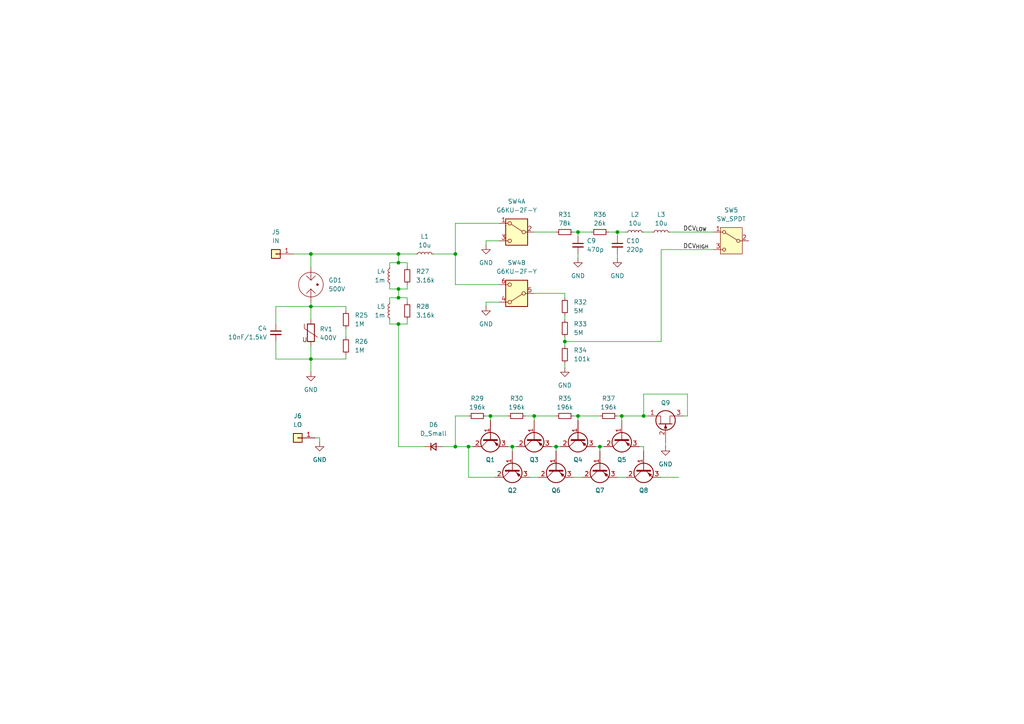
<source format=kicad_sch>
(kicad_sch (version 20250114) (generator "eeschema") (generator_version "9.0")
  (paper "A4")
  (lib_symbols
    (symbol "Connector_Generic:Conn_01x01" (pin_names (offset 1.016) (hide yes))
      (property "Reference" "J" (at 0 2.54 0))
      (property "Value" "Conn_01x01" (at 0 -2.54 0))
      (symbol "Conn_01x01_1_1"
        (rectangle (start -1.27 1.27) (end 1.27 -1.27) (stroke (width 0.254)) (fill (type background)))
        (rectangle (start -1.27 0.127) (end 0 -0.127) (stroke (width 0.1524)))
        (pin passive line (at -5.08 0 0) (length 3.81) (name "Pin_1") (number "1"))
      )
    )
    (symbol "Device:C_Small" (pin_numbers (hide yes)) (pin_names (offset 0.254) (hide yes))
      (property "Reference" "C" (at 0.254 1.778 0))
      (property "Value" "C_Small" (at 0.254 -2.032 0))
      (symbol "C_Small_0_1"
        (polyline (pts (xy -1.524 0.508) (xy 1.524 0.508)) (stroke (width 0.3048)))
        (polyline (pts (xy -1.524 -0.508) (xy 1.524 -0.508)) (stroke (width 0.3302)))
      )
      (symbol "C_Small_1_1"
        (pin passive line (at 0 2.54 270) (length 2.032) (name "~") (number "1"))
        (pin passive line (at 0 -2.54 90) (length 2.032) (name "~") (number "2"))
      )
    )
    (symbol "Device:D_Small" (pin_numbers (hide yes)) (pin_names (offset 0.254) (hide yes))
      (property "Reference" "D" (at -1.27 2.032 0))
      (property "Value" "D_Small" (at -3.81 -2.032 0))
      (symbol "D_Small_0_1"
        (polyline (pts (xy -0.762 0) (xy 0.762 0)))
        (polyline (pts (xy -0.762 -1.016) (xy -0.762 1.016)) (stroke (width 0.254)))
        (polyline (pts (xy 0.762 -1.016) (xy -0.762 0) (xy 0.762 1.016) (xy 0.762 -1.016)) (stroke (width 0.254)))
      )
      (symbol "D_Small_1_1"
        (pin passive line (at -2.54 0 0) (length 1.778) (name "K") (number "1"))
        (pin passive line (at 2.54 0 180) (length 1.778) (name "A") (number "2"))
      )
    )
    (symbol "Device:GDT_2Pin" (pin_numbers (hide yes))
      (property "Reference" "GD" (at 5.08 0 90))
      (property "Value" "GDT_2Pin" (at 7.62 0 90))
      (symbol "GDT_2Pin_0_1"
        (polyline (pts (xy 0 2.54) (xy 0 1.27)))
        (polyline (pts (xy 0 1.27) (xy 1.27 2.54)))
        (polyline (pts (xy 0 1.27) (xy -1.27 2.54)))
        (circle (center 0 0) (radius 3.5814))
        (polyline (pts (xy 0 -1.27) (xy 1.27 -2.54)))
        (polyline (pts (xy 0 -1.27) (xy -1.27 -2.54)))
        (polyline (pts (xy 0 -2.54) (xy 0 -1.27)))
        (circle (center 1.905 0) (radius 0.127))
        (circle (center 1.905 0) (radius 0.2794))
        (circle (center 1.905 0) (radius 0.127))
        (circle (center 2.032 0) (radius 0.127))
      )
      (symbol "GDT_2Pin_1_1"
        (pin passive line (at 0 5.08 270) (length 2.54) (name "~") (number "3"))
        (pin passive line (at 0 -5.08 90) (length 2.54) (name "~") (number "1"))
      )
    )
    (symbol "Device:L_Small" (pin_numbers (hide yes)) (pin_names (offset 0.254) (hide yes))
      (property "Reference" "L" (at 0.762 1.016 0))
      (property "Value" "L_Small" (at 0.762 -1.016 0))
      (symbol "L_Small_0_1"
        (arc (start 0 2.032) (mid 0.5058 1.524) (end 0 1.016))
        (arc (start 0 1.016) (mid 0.5058 0.508) (end 0 0))
        (arc (start 0 0) (mid 0.5058 -0.508) (end 0 -1.016))
        (arc (start 0 -1.016) (mid 0.5058 -1.524) (end 0 -2.032))
      )
      (symbol "L_Small_1_1"
        (pin passive line (at 0 2.54 270) (length 0.508) (name "~") (number "1"))
        (pin passive line (at 0 -2.54 90) (length 0.508) (name "~") (number "2"))
      )
    )
    (symbol "Device:Q_NJFET_DGS" (pin_names (offset 0) (hide yes))
      (property "Reference" "Q" (at 5.08 1.27 0))
      (property "Value" "Q_NJFET_DGS" (at 5.08 -1.27 0))
      (symbol "Q_NJFET_DGS_0_1"
        (polyline (pts (xy 0 0) (xy -1.016 0.381) (xy -1.016 -0.381) (xy 0 0)) (fill (type outline)))
        (polyline (pts (xy 0.254 1.905) (xy 0.254 -1.905) (xy 0.254 -1.905)) (stroke (width 0.254)))
        (circle (center 1.27 0) (radius 2.8194) (stroke (width 0.254)))
        (polyline (pts (xy 2.54 2.54) (xy 2.54 1.397) (xy 0.254 1.397)))
        (polyline (pts (xy 2.54 -2.54) (xy 2.54 -1.27) (xy 0.254 -1.27)))
      )
      (symbol "Q_NJFET_DGS_1_1"
        (pin input line (at -5.08 0 0) (length 5.334) (name "G") (number "2"))
        (pin passive line (at 2.54 5.08 270) (length 2.54) (name "D") (number "1"))
        (pin passive line (at 2.54 -5.08 90) (length 2.54) (name "S") (number "3"))
      )
    )
    (symbol "Device:Q_PNP_BCE" (pin_names (offset 0) (hide yes))
      (property "Reference" "Q" (at 5.08 1.27 0))
      (property "Value" "Q_PNP_BCE" (at 5.08 -1.27 0))
      (symbol "Q_PNP_BCE_0_1"
        (polyline (pts (xy 0.635 1.905) (xy 0.635 -1.905) (xy 0.635 -1.905)) (stroke (width 0.508)))
        (polyline (pts (xy 0.635 0.635) (xy 2.54 2.54)))
        (polyline (pts (xy 0.635 -0.635) (xy 2.54 -2.54) (xy 2.54 -2.54)))
        (circle (center 1.27 0) (radius 2.8194) (stroke (width 0.254)))
        (polyline (pts (xy 2.286 -1.778) (xy 1.778 -2.286) (xy 1.27 -1.27) (xy 2.286 -1.778) (xy 2.286 -1.778)) (fill (type outline)))
      )
      (symbol "Q_PNP_BCE_1_1"
        (pin input line (at -5.08 0 0) (length 5.715) (name "B") (number "1"))
        (pin passive line (at 2.54 5.08 270) (length 2.54) (name "C") (number "2"))
        (pin passive line (at 2.54 -5.08 90) (length 2.54) (name "E") (number "3"))
      )
    )
    (symbol "Device:R_Small" (pin_numbers (hide yes)) (pin_names (offset 0.254) (hide yes))
      (property "Reference" "R" (at 0.762 0.508 0))
      (property "Value" "R_Small" (at 0.762 -1.016 0))
      (symbol "R_Small_0_1"
        (rectangle (start -0.762 1.778) (end 0.762 -1.778) (stroke (width 0.2032)))
      )
      (symbol "R_Small_1_1"
        (pin passive line (at 0 2.54 270) (length 0.762) (name "~") (number "1"))
        (pin passive line (at 0 -2.54 90) (length 0.762) (name "~") (number "2"))
      )
    )
    (symbol "Device:Varistor" (pin_numbers (hide yes)) (pin_names (offset 0))
      (property "Reference" "RV" (at 3.175 0 90))
      (property "Value" "Varistor" (at -3.175 0 90))
      (symbol "Varistor_0_0"
        (text "U" (at -1.778 -2.032 0) (effects (font (size 1.27 1.27))))
      )
      (symbol "Varistor_0_1"
        (polyline (pts (xy -1.905 2.54) (xy -1.905 1.27) (xy 1.905 -1.27)))
        (rectangle (start -1.016 -2.54) (end 1.016 2.54) (stroke (width 0.254)))
      )
      (symbol "Varistor_1_1"
        (pin passive line (at 0 3.81 270) (length 1.27) (name "~") (number "1"))
        (pin passive line (at 0 -3.81 90) (length 1.27) (name "~") (number "2"))
      )
    )
    (symbol "Switch:SW_DPDT_x2" (pin_names (offset 0) (hide yes))
      (property "Reference" "SW" (at 0 5.08 0))
      (property "Value" "SW_DPDT_x2" (at 0 -5.08 0))
      (symbol "SW_DPDT_x2_0_0"
        (circle (center -2.032 0) (radius 0.508))
        (circle (center 2.032 -2.54) (radius 0.508))
      )
      (symbol "SW_DPDT_x2_0_1"
        (rectangle (start -3.175 3.81) (end 3.175 -3.81) (stroke (width 0.254)) (fill (type background)))
        (polyline (pts (xy -1.524 0.254) (xy 1.5748 2.286)))
        (circle (center 2.032 2.54) (radius 0.508))
      )
      (symbol "SW_DPDT_x2_1_1"
        (pin passive line (at -5.08 0 0) (length 2.54) (name "B") (number "2"))
        (pin passive line (at 5.08 2.54 180) (length 2.54) (name "A") (number "1"))
        (pin passive line (at 5.08 -2.54 180) (length 2.54) (name "C") (number "3"))
      )
      (symbol "SW_DPDT_x2_2_1"
        (pin passive line (at -5.08 0 0) (length 2.54) (name "B") (number "5"))
        (pin passive line (at 5.08 2.54 180) (length 2.54) (name "A") (number "4"))
        (pin passive line (at 5.08 -2.54 180) (length 2.54) (name "C") (number "6"))
      )
    )
    (symbol "Switch:SW_SPDT" (pin_names (offset 0) (hide yes))
      (property "Reference" "SW" (at 0 5.08 0))
      (property "Value" "SW_SPDT" (at 0 -5.08 0))
      (symbol "SW_SPDT_0_1"
        (circle (center -2.032 0) (radius 0.4572))
        (polyline (pts (xy -1.651 0.254) (xy 1.651 2.286)))
        (circle (center 2.032 2.54) (radius 0.4572))
        (circle (center 2.032 -2.54) (radius 0.4572))
      )
      (symbol "SW_SPDT_1_1"
        (rectangle (start -3.175 3.81) (end 3.175 -3.81) (fill (type background)))
        (pin passive line (at -5.08 0 0) (length 2.54) (name "B") (number "2"))
        (pin passive line (at 5.08 2.54 180) (length 2.54) (name "A") (number "1"))
        (pin passive line (at 5.08 -2.54 180) (length 2.54) (name "C") (number "3"))
      )
    )
    (symbol "power:GND" (power) (pin_numbers (hide yes)) (pin_names (offset 0) (hide yes))
      (property "Value" "GND" (at 0 -3.81 0))
      (symbol "GND_0_1"
        (polyline (pts (xy 0 0) (xy 0 -1.27) (xy 1.27 -1.27) (xy 0 -2.54) (xy -1.27 -1.27) (xy 0 -1.27)))
      )
      (symbol "GND_1_1"
        (pin power_in line (at 0 0 270) (length 0) (name "~") (number "1"))
      )
    )
  )
  (junction (at 115.57 86.36))
  (junction (at 135.89 129.54))
  (junction (at 167.64 67.31))
  (junction (at 161.29 129.54))
  (junction (at 90.17 104.14))
  (junction (at 132.08 129.54))
  (junction (at 173.99 129.54))
  (junction (at 163.83 99.06))
  (junction (at 115.57 73.66))
  (junction (at 115.57 93.98))
  (junction (at 148.59 129.54))
  (junction (at 142.24 120.65))
  (junction (at 90.17 88.9))
  (junction (at 115.57 83.82))
  (junction (at 115.57 76.2))
  (junction (at 179.07 67.31))
  (junction (at 132.08 73.66))
  (junction (at 154.94 120.65))
  (junction (at 186.69 120.65))
  (junction (at 167.64 120.65))
  (junction (at 180.34 120.65))
  (junction (at 90.17 73.66))
  (wire (pts (xy 118.11 76.2) (xy 115.57 76.2)))
  (wire (pts (xy 167.64 73.66) (xy 167.64 74.93)))
  (wire (pts (xy 135.89 129.54) (xy 132.08 129.54)))
  (wire (pts (xy 180.34 120.65) (xy 179.07 120.65)))
  (wire (pts (xy 163.83 86.36) (xy 163.83 85.09)))
  (wire (pts (xy 90.17 73.66) (xy 90.17 77.47)))
  (wire (pts (xy 149.86 129.54) (xy 148.59 129.54)))
  (wire (pts (xy 118.11 92.71) (xy 118.11 93.98)))
  (wire (pts (xy 153.67 138.43) (xy 156.21 138.43)))
  (wire (pts (xy 135.89 129.54) (xy 135.89 138.43)))
  (wire (pts (xy 181.61 67.31) (xy 179.07 67.31)))
  (wire (pts (xy 172.72 129.54) (xy 173.99 129.54)))
  (wire (pts (xy 191.77 72.39) (xy 191.77 99.06)))
  (wire (pts (xy 115.57 93.98) (xy 118.11 93.98)))
  (wire (pts (xy 180.34 121.92) (xy 180.34 120.65)))
  (wire (pts (xy 167.64 120.65) (xy 173.99 120.65)))
  (wire (pts (xy 179.07 67.31) (xy 179.07 68.58)))
  (wire (pts (xy 163.83 99.06) (xy 191.77 99.06)))
  (wire (pts (xy 142.24 120.65) (xy 140.97 120.65)))
  (wire (pts (xy 132.08 120.65) (xy 135.89 120.65)))
  (wire (pts (xy 118.11 87.63) (xy 118.11 86.36)))
  (wire (pts (xy 113.03 76.2) (xy 113.03 77.47)))
  (wire (pts (xy 140.97 69.85) (xy 140.97 71.12)))
  (wire (pts (xy 115.57 86.36) (xy 118.11 86.36)))
  (wire (pts (xy 144.78 87.63) (xy 140.97 87.63)))
  (wire (pts (xy 113.03 86.36) (xy 115.57 86.36)))
  (wire (pts (xy 113.03 83.82) (xy 115.57 83.82)))
  (wire (pts (xy 80.01 88.9) (xy 80.01 93.98)))
  (wire (pts (xy 118.11 77.47) (xy 118.11 76.2)))
  (wire (pts (xy 199.39 120.65) (xy 199.39 114.3)))
  (wire (pts (xy 144.78 82.55) (xy 132.08 82.55)))
  (wire (pts (xy 185.42 129.54) (xy 186.69 129.54)))
  (wire (pts (xy 128.27 129.54) (xy 132.08 129.54)))
  (wire (pts (xy 191.77 138.43) (xy 196.85 138.43)))
  (wire (pts (xy 186.69 129.54) (xy 186.69 130.81)))
  (wire (pts (xy 152.4 120.65) (xy 154.94 120.65)))
  (wire (pts (xy 113.03 82.55) (xy 113.03 83.82)))
  (wire (pts (xy 160.02 129.54) (xy 161.29 129.54)))
  (wire (pts (xy 167.64 67.31) (xy 171.45 67.31)))
  (wire (pts (xy 115.57 73.66) (xy 120.65 73.66)))
  (wire (pts (xy 132.08 120.65) (xy 132.08 129.54)))
  (wire (pts (xy 161.29 129.54) (xy 162.56 129.54)))
  (wire (pts (xy 90.17 88.9) (xy 90.17 87.63)))
  (wire (pts (xy 115.57 76.2) (xy 113.03 76.2)))
  (wire (pts (xy 163.83 91.44) (xy 163.83 92.71)))
  (wire (pts (xy 154.94 120.65) (xy 161.29 120.65)))
  (wire (pts (xy 140.97 87.63) (xy 140.97 88.9)))
  (wire (pts (xy 154.94 67.31) (xy 161.29 67.31)))
  (wire (pts (xy 154.94 121.92) (xy 154.94 120.65)))
  (wire (pts (xy 115.57 129.54) (xy 123.19 129.54)))
  (wire (pts (xy 167.64 67.31) (xy 167.64 68.58)))
  (wire (pts (xy 142.24 121.92) (xy 142.24 120.65)))
  (wire (pts (xy 144.78 69.85) (xy 140.97 69.85)))
  (wire (pts (xy 198.12 120.65) (xy 199.39 120.65)))
  (wire (pts (xy 137.16 129.54) (xy 135.89 129.54)))
  (wire (pts (xy 90.17 104.14) (xy 100.33 104.14)))
  (wire (pts (xy 115.57 83.82) (xy 115.57 86.36)))
  (wire (pts (xy 193.04 128.27) (xy 193.04 129.54)))
  (wire (pts (xy 166.37 138.43) (xy 168.91 138.43)))
  (wire (pts (xy 199.39 114.3) (xy 186.69 114.3)))
  (wire (pts (xy 167.64 120.65) (xy 166.37 120.65)))
  (wire (pts (xy 186.69 114.3) (xy 186.69 120.65)))
  (wire (pts (xy 90.17 100.33) (xy 90.17 104.14)))
  (wire (pts (xy 80.01 99.06) (xy 80.01 104.14)))
  (wire (pts (xy 90.17 88.9) (xy 90.17 92.71)))
  (wire (pts (xy 90.17 88.9) (xy 80.01 88.9)))
  (wire (pts (xy 163.83 105.41) (xy 163.83 106.68)))
  (wire (pts (xy 113.03 92.71) (xy 113.03 93.98)))
  (wire (pts (xy 115.57 93.98) (xy 115.57 129.54)))
  (wire (pts (xy 100.33 102.87) (xy 100.33 104.14)))
  (wire (pts (xy 90.17 73.66) (xy 115.57 73.66)))
  (wire (pts (xy 118.11 82.55) (xy 118.11 83.82)))
  (wire (pts (xy 179.07 73.66) (xy 179.07 74.93)))
  (wire (pts (xy 115.57 73.66) (xy 115.57 76.2)))
  (wire (pts (xy 179.07 138.43) (xy 181.61 138.43)))
  (wire (pts (xy 163.83 99.06) (xy 163.83 100.33)))
  (wire (pts (xy 100.33 95.25) (xy 100.33 97.79)))
  (wire (pts (xy 132.08 64.77) (xy 144.78 64.77)))
  (wire (pts (xy 167.64 121.92) (xy 167.64 120.65)))
  (wire (pts (xy 115.57 83.82) (xy 118.11 83.82)))
  (wire (pts (xy 113.03 93.98) (xy 115.57 93.98)))
  (wire (pts (xy 173.99 129.54) (xy 175.26 129.54)))
  (wire (pts (xy 154.94 85.09) (xy 163.83 85.09)))
  (wire (pts (xy 163.83 97.79) (xy 163.83 99.06)))
  (wire (pts (xy 90.17 88.9) (xy 100.33 88.9)))
  (wire (pts (xy 148.59 129.54) (xy 147.32 129.54)))
  (wire (pts (xy 142.24 120.65) (xy 147.32 120.65)))
  (wire (pts (xy 80.01 104.14) (xy 90.17 104.14)))
  (wire (pts (xy 186.69 67.31) (xy 189.23 67.31)))
  (wire (pts (xy 132.08 73.66) (xy 125.73 73.66)))
  (wire (pts (xy 166.37 67.31) (xy 167.64 67.31)))
  (wire (pts (xy 85.09 73.66) (xy 90.17 73.66)))
  (wire (pts (xy 186.69 120.65) (xy 187.96 120.65)))
  (wire (pts (xy 92.71 127) (xy 91.44 127)))
  (wire (pts (xy 90.17 104.14) (xy 90.17 107.95)))
  (wire (pts (xy 132.08 73.66) (xy 132.08 64.77)))
  (wire (pts (xy 161.29 129.54) (xy 161.29 130.81)))
  (wire (pts (xy 135.89 138.43) (xy 143.51 138.43)))
  (wire (pts (xy 100.33 90.17) (xy 100.33 88.9)))
  (wire (pts (xy 194.31 67.31) (xy 207.01 67.31)))
  (wire (pts (xy 176.53 67.31) (xy 179.07 67.31)))
  (wire (pts (xy 180.34 120.65) (xy 186.69 120.65)))
  (wire (pts (xy 132.08 82.55) (xy 132.08 73.66)))
  (wire (pts (xy 92.71 128.27) (xy 92.71 127)))
  (wire (pts (xy 113.03 86.36) (xy 113.03 87.63)))
  (wire (pts (xy 173.99 129.54) (xy 173.99 130.81)))
  (wire (pts (xy 207.01 72.39) (xy 191.77 72.39)))
  (wire (pts (xy 148.59 130.81) (xy 148.59 129.54)))
  (label "DCV_{LOW}" (at 198.12 67.31 0))
  (label "DCV_{HIGH}" (at 198.12 72.39 0))
  (symbol (lib_id "Device:R_Small") (at 163.83 102.87 0) (unit 1)
    (property "Reference" "R34" (at 166.37 101.5999 0) (effects (justify left)))
    (property "Value" "101k" (at 166.37 104.1399 0) (effects (justify left)))
    (property "Footprint" "Resistor_SMD:R_1206_3216Metric" (effects (hide yes)))
    (property "Description" "Resistor, small symbol" (effects (hide yes)))
  )
  (symbol (lib_id "Device:L_Small") (at 184.15 67.31 90) (unit 1)
    (property "Reference" "L2" (at 184.15 62.23 90))
    (property "Value" "10u" (at 184.15 64.77 90))
    (property "Description" "Inductor, small symbol" (effects (hide yes)))
  )
  (symbol (lib_id "Device:Q_PNP_BCE") (at 173.99 135.89 90) (mirror x) (unit 1)
    (property "Reference" "Q7" (at 173.99 142.24 90))
    (property "Value" "MMBT6520L" (effects (hide yes)))
    (property "Description" "PNP transistor, base/collector/emitter" (effects (hide yes)))
  )
  (symbol (lib_id "Device:L_Small") (at 113.03 80.01 180) (unit 1)
    (property "Reference" "L4" (at 111.76 78.7399 0) (effects (justify left)))
    (property "Value" "1m" (at 111.76 81.2799 0) (effects (justify left)))
    (property "Description" "Inductor, small symbol" (effects (hide yes)))
  )
  (symbol (lib_id "Device:L_Small") (at 191.77 67.31 90) (unit 1)
    (property "Reference" "L3" (at 191.77 62.23 90))
    (property "Value" "10u" (at 191.77 64.77 90))
    (property "Description" "Inductor, small symbol" (effects (hide yes)))
  )
  (symbol (lib_id "Device:Q_PNP_BCE") (at 142.24 127 90) (mirror x) (unit 1)
    (property "Reference" "Q1" (at 142.24 133.35 90))
    (property "Value" "MMBT6520L" (effects (hide yes)))
    (property "Description" "PNP transistor, base/collector/emitter" (effects (hide yes)))
  )
  (symbol (lib_id "Device:Q_NJFET_DGS") (at 193.04 123.19 90) (unit 1)
    (property "Reference" "Q9" (at 193.04 116.84 90))
    (property "Value" "Q_NJFET_DGS" (effects (hide yes)))
    (property "Description" "N-JFET transistor, drain/gate/source" (effects (hide yes)))
  )
  (symbol (lib_id "power:GND") (at 167.64 74.93 0) (unit 1)
    (property "Reference" "#PWR046" (effects (hide yes)))
    (property "Value" "GND" (at 167.64 80.01 0))
    (property "Description" "Power symbol creates a global label with name \"GND\" , ground" (effects (hide yes)))
  )
  (symbol (lib_id "Device:R_Small") (at 149.86 120.65 90) (unit 1)
    (property "Reference" "R30" (at 149.86 115.57 90))
    (property "Value" "196k" (at 149.86 118.11 90))
    (property "Footprint" "Resistor_SMD:R_1206_3216Metric" (effects (hide yes)))
    (property "Description" "Resistor, small symbol" (effects (hide yes)))
  )
  (symbol (lib_id "Device:R_Small") (at 163.83 120.65 90) (unit 1)
    (property "Reference" "R35" (at 163.83 115.57 90))
    (property "Value" "196k" (at 163.83 118.11 90))
    (property "Footprint" "Resistor_SMD:R_1206_3216Metric" (effects (hide yes)))
    (property "Description" "Resistor, small symbol" (effects (hide yes)))
  )
  (symbol (lib_id "power:GND") (at 179.07 74.93 0) (unit 1)
    (property "Reference" "#PWR048" (effects (hide yes)))
    (property "Value" "GND" (at 179.07 80.01 0))
    (property "Description" "Power symbol creates a global label with name \"GND\" , ground" (effects (hide yes)))
  )
  (symbol (lib_id "Device:Q_PNP_BCE") (at 180.34 127 90) (mirror x) (unit 1)
    (property "Reference" "Q5" (at 180.34 133.35 90))
    (property "Value" "MMBT6520L" (effects (hide yes)))
    (property "Description" "PNP transistor, base/collector/emitter" (effects (hide yes)))
  )
  (symbol (lib_id "Device:C_Small") (at 167.64 71.12 0) (unit 1)
    (property "Reference" "C9" (at 170.18 69.8562 0) (effects (justify left)))
    (property "Value" "470p" (at 170.18 72.3962 0) (effects (justify left)))
    (property "Description" "Unpolarized capacitor, small symbol" (effects (hide yes)))
  )
  (symbol (lib_id "Device:R_Small") (at 173.99 67.31 90) (unit 1)
    (property "Reference" "R36" (at 173.99 62.23 90))
    (property "Value" "26k" (at 173.99 64.77 90))
    (property "Footprint" "Resistor_SMD:R_1206_3216Metric" (effects (hide yes)))
    (property "Description" "Resistor, small symbol" (effects (hide yes)))
  )
  (symbol (lib_id "power:GND") (at 193.04 129.54 0) (unit 1)
    (property "Reference" "#PWR054" (effects (hide yes)))
    (property "Value" "GND" (at 193.04 134.62 0))
    (property "Description" "Power symbol creates a global label with name \"GND\" , ground" (effects (hide yes)))
  )
  (symbol (lib_id "Device:R_Small") (at 100.33 100.33 0) (unit 1)
    (property "Reference" "R26" (at 102.87 99.0599 0) (effects (justify left)))
    (property "Value" "1M" (at 102.87 101.5999 0) (effects (justify left)))
    (property "Footprint" "Resistor_SMD:R_1206_3216Metric" (effects (hide yes)))
    (property "Description" "Resistor, small symbol" (effects (hide yes)))
  )
  (symbol (lib_id "Device:R_Small") (at 163.83 67.31 90) (unit 1)
    (property "Reference" "R31" (at 163.83 62.23 90))
    (property "Value" "78k" (at 163.83 64.77 90))
    (property "Footprint" "Resistor_SMD:R_1206_3216Metric" (effects (hide yes)))
    (property "Description" "Resistor, small symbol" (effects (hide yes)))
  )
  (symbol (lib_id "Device:R_Small") (at 138.43 120.65 90) (unit 1)
    (property "Reference" "R29" (at 138.43 115.57 90))
    (property "Value" "196k" (at 138.43 118.11 90))
    (property "Footprint" "Resistor_SMD:R_1206_3216Metric" (effects (hide yes)))
    (property "Description" "Resistor, small symbol" (effects (hide yes)))
  )
  (symbol (lib_id "Device:C_Small") (at 80.01 96.52 0) (unit 1)
    (property "Reference" "C4" (at 77.47 95.2562 0) (effects (justify right)))
    (property "Value" "10nF/1.5kV" (at 77.47 97.7962 0) (effects (justify right)))
    (property "Footprint" "Capacitor_SMD:C_1206_3216Metric" (effects (hide yes)))
    (property "Description" "Unpolarized capacitor, small symbol" (effects (hide yes)))
  )
  (symbol (lib_id "Device:R_Small") (at 100.33 92.71 0) (unit 1)
    (property "Reference" "R25" (at 102.87 91.4399 0) (effects (justify left)))
    (property "Value" "1M" (at 102.87 93.9799 0) (effects (justify left)))
    (property "Footprint" "Resistor_SMD:R_1206_3216Metric" (effects (hide yes)))
    (property "Description" "Resistor, small symbol" (effects (hide yes)))
  )
  (symbol (lib_id "Device:GDT_2Pin") (at 90.17 82.55 0) (unit 1)
    (property "Reference" "GD1" (at 95.25 81.2799 0) (effects (justify left)))
    (property "Value" "500V" (at 95.25 83.8199 0) (effects (justify left)))
    (property "Footprint" "Resistor_SMD:R_1812_4532Metric" (effects (hide yes)))
    (property "Description" "Gas Discharge Tube with 2 Pins" (effects (hide yes)))
  )
  (symbol (lib_id "Device:Varistor") (at 90.17 96.52 0) (unit 1)
    (property "Reference" "RV1" (at 92.71 95.4432 0) (effects (justify left)))
    (property "Value" "400V" (at 92.71 97.9832 0) (effects (justify left)))
    (property "Description" "Voltage dependent resistor" (effects (hide yes)))
    (property "Sim.Name" "kicad_builtin_varistor" (effects (hide yes)))
    (property "Sim.Device" "SUBCKT" (effects (hide yes)))
    (property "Sim.Pins" "1=A 2=B" (effects (hide yes)))
    (property "Sim.Params" "threshold=1k" (effects (hide yes)))
    (property "Sim.Library" "${KICAD7_SYMBOL_DIR}/Simulation_SPICE.sp" (effects (hide yes)))
  )
  (symbol (lib_id "Device:Q_PNP_BCE") (at 161.29 135.89 90) (mirror x) (unit 1)
    (property "Reference" "Q6" (at 161.29 142.24 90))
    (property "Value" "MMBT6520L" (effects (hide yes)))
    (property "Description" "PNP transistor, base/collector/emitter" (effects (hide yes)))
  )
  (symbol (lib_id "Connector_Generic:Conn_01x01") (at 80.01 73.66 0) (mirror y) (unit 1)
    (property "Reference" "J5" (at 80.01 67.31 0))
    (property "Value" "IN" (at 80.01 69.85 0))
    (property "Description" "Generic connector, single row, 01x01, script generated (kicad-library-utils/schlib/autogen/connector/)" (effects (hide yes)))
  )
  (symbol (lib_id "Switch:SW_DPDT_x2") (at 149.86 85.09 180) (unit 2)
    (property "Reference" "SW4" (at 149.86 76.2 0))
    (property "Value" "G6KU-2F-Y" (at 149.86 78.74 0))
    (property "Footprint" "Relay_SMD:Relay_DPDT_Omron_G6K-2F-Y" (effects (hide yes)))
    (property "Datasheet" "https://omronfs.omron.com/en_US/ecb/products/pdf/en-g6k.pdf" (effects (hide yes)))
    (property "Description" "Switch, dual pole double throw, separate symbols" (effects (hide yes)))
  )
  (symbol (lib_id "Switch:SW_DPDT_x2") (at 149.86 67.31 0) (mirror y) (unit 1)
    (property "Reference" "SW4" (at 149.86 58.42 0))
    (property "Value" "G6KU-2F-Y" (at 149.86 60.96 0))
    (property "Footprint" "Relay_SMD:Relay_DPDT_Omron_G6K-2F-Y" (effects (hide yes)))
    (property "Datasheet" "https://omronfs.omron.com/en_US/ecb/products/pdf/en-g6k.pdf" (effects (hide yes)))
    (property "Description" "Switch, dual pole double throw, separate symbols" (effects (hide yes)))
  )
  (symbol (lib_id "Device:Q_PNP_BCE") (at 148.59 135.89 90) (mirror x) (unit 1)
    (property "Reference" "Q2" (at 148.59 142.24 90))
    (property "Value" "MMBT6520L" (effects (hide yes)))
    (property "Description" "PNP transistor, base/collector/emitter" (effects (hide yes)))
  )
  (symbol (lib_id "power:GND") (at 90.17 107.95 0) (unit 1)
    (property "Reference" "#PWR024" (effects (hide yes)))
    (property "Value" "GND" (at 90.17 113.03 0))
    (property "Description" "Power symbol creates a global label with name \"GND\" , ground" (effects (hide yes)))
  )
  (symbol (lib_id "Device:R_Small") (at 176.53 120.65 90) (unit 1)
    (property "Reference" "R37" (at 176.53 115.57 90))
    (property "Value" "196k" (at 176.53 118.11 90))
    (property "Footprint" "Resistor_SMD:R_1206_3216Metric" (effects (hide yes)))
    (property "Description" "Resistor, small symbol" (effects (hide yes)))
  )
  (symbol (lib_id "Connector_Generic:Conn_01x01") (at 86.36 127 0) (mirror y) (unit 1)
    (property "Reference" "J6" (at 86.36 120.65 0))
    (property "Value" "LO" (at 86.36 123.19 0))
    (property "Description" "Generic connector, single row, 01x01, script generated (kicad-library-utils/schlib/autogen/connector/)" (effects (hide yes)))
  )
  (symbol (lib_id "Device:Q_PNP_BCE") (at 154.94 127 90) (mirror x) (unit 1)
    (property "Reference" "Q3" (at 154.94 133.35 90))
    (property "Value" "MMBT6520L" (effects (hide yes)))
    (property "Description" "PNP transistor, base/collector/emitter" (effects (hide yes)))
  )
  (symbol (lib_id "Device:D_Small") (at 125.73 129.54 0) (unit 1)
    (property "Reference" "D6" (at 125.73 123.19 0))
    (property "Value" "D_Small" (at 125.73 125.73 0))
    (property "Description" "Diode, small symbol" (effects (hide yes)))
    (property "Sim.Device" "D" (effects (hide yes)))
    (property "Sim.Pins" "1=K 2=A" (effects (hide yes)))
  )
  (symbol (lib_id "Device:R_Small") (at 163.83 88.9 0) (unit 1)
    (property "Reference" "R32" (at 166.37 87.6299 0) (effects (justify left)))
    (property "Value" "5M" (at 166.37 90.1699 0) (effects (justify left)))
    (property "Footprint" "Resistor_SMD:R_1206_3216Metric" (effects (hide yes)))
    (property "Description" "Resistor, small symbol" (effects (hide yes)))
  )
  (symbol (lib_id "Switch:SW_SPDT") (at 212.09 69.85 0) (mirror y) (unit 1)
    (property "Reference" "SW5" (at 212.09 60.96 0))
    (property "Value" "SW_SPDT" (at 212.09 63.5 0))
    (property "Description" "Switch, single pole double throw" (effects (hide yes)))
  )
  (symbol (lib_id "power:GND") (at 140.97 88.9 0) (unit 1)
    (property "Reference" "#PWR043" (effects (hide yes)))
    (property "Value" "GND" (at 140.97 93.98 0))
    (property "Description" "Power symbol creates a global label with name \"GND\" , ground" (effects (hide yes)))
  )
  (symbol (lib_id "Device:Q_PNP_BCE") (at 186.69 135.89 90) (mirror x) (unit 1)
    (property "Reference" "Q8" (at 186.69 142.24 90))
    (property "Value" "MMBT6520L" (effects (hide yes)))
    (property "Description" "PNP transistor, base/collector/emitter" (effects (hide yes)))
  )
  (symbol (lib_id "power:GND") (at 92.71 128.27 0) (unit 1)
    (property "Reference" "#PWR038" (effects (hide yes)))
    (property "Value" "GND" (at 92.71 133.35 0))
    (property "Description" "Power symbol creates a global label with name \"GND\" , ground" (effects (hide yes)))
  )
  (symbol (lib_id "Device:C_Small") (at 179.07 71.12 0) (unit 1)
    (property "Reference" "C10" (at 181.61 69.8562 0) (effects (justify left)))
    (property "Value" "220p" (at 181.61 72.3962 0) (effects (justify left)))
    (property "Description" "Unpolarized capacitor, small symbol" (effects (hide yes)))
  )
  (symbol (lib_id "Device:L_Small") (at 123.19 73.66 90) (unit 1)
    (property "Reference" "L1" (at 123.19 68.58 90))
    (property "Value" "10u" (at 123.19 71.12 90))
    (property "Description" "Inductor, small symbol" (effects (hide yes)))
  )
  (symbol (lib_id "Device:Q_PNP_BCE") (at 167.64 127 90) (mirror x) (unit 1)
    (property "Reference" "Q4" (at 167.64 133.35 90))
    (property "Value" "MMBT6520L" (effects (hide yes)))
    (property "Description" "PNP transistor, base/collector/emitter" (effects (hide yes)))
  )
  (symbol (lib_id "Device:R_Small") (at 163.83 95.25 0) (unit 1)
    (property "Reference" "R33" (at 166.37 93.9799 0) (effects (justify left)))
    (property "Value" "5M" (at 166.37 96.5199 0) (effects (justify left)))
    (property "Footprint" "Resistor_SMD:R_1206_3216Metric" (effects (hide yes)))
    (property "Description" "Resistor, small symbol" (effects (hide yes)))
  )
  (symbol (lib_id "power:GND") (at 163.83 106.68 0) (unit 1)
    (property "Reference" "#PWR044" (effects (hide yes)))
    (property "Value" "GND" (at 163.83 111.76 0))
    (property "Description" "Power symbol creates a global label with name \"GND\" , ground" (effects (hide yes)))
  )
  (symbol (lib_id "Device:R_Small") (at 118.11 90.17 180) (unit 1)
    (property "Reference" "R28" (at 120.65 88.8999 0) (effects (justify right)))
    (property "Value" "3.16k" (at 120.65 91.4399 0) (effects (justify right)))
    (property "Footprint" "Resistor_SMD:R_1206_3216Metric" (effects (hide yes)))
    (property "Description" "Resistor, small symbol" (effects (hide yes)))
  )
  (symbol (lib_id "Device:R_Small") (at 118.11 80.01 180) (unit 1)
    (property "Reference" "R27" (at 120.65 78.7399 0) (effects (justify right)))
    (property "Value" "3.16k" (at 120.65 81.2799 0) (effects (justify right)))
    (property "Footprint" "Resistor_SMD:R_1206_3216Metric" (effects (hide yes)))
    (property "Description" "Resistor, small symbol" (effects (hide yes)))
  )
  (symbol (lib_id "Device:L_Small") (at 113.03 90.17 180) (unit 1)
    (property "Reference" "L5" (at 111.76 88.8999 0) (effects (justify left)))
    (property "Value" "1m" (at 111.76 91.4399 0) (effects (justify left)))
    (property "Description" "Inductor, small symbol" (effects (hide yes)))
  )
  (symbol (lib_id "power:GND") (at 140.97 71.12 0) (unit 1)
    (property "Reference" "#PWR039" (effects (hide yes)))
    (property "Value" "GND" (at 140.97 76.2 0))
    (property "Description" "Power symbol creates a global label with name \"GND\" , ground" (effects (hide yes)))
  )
)
</source>
